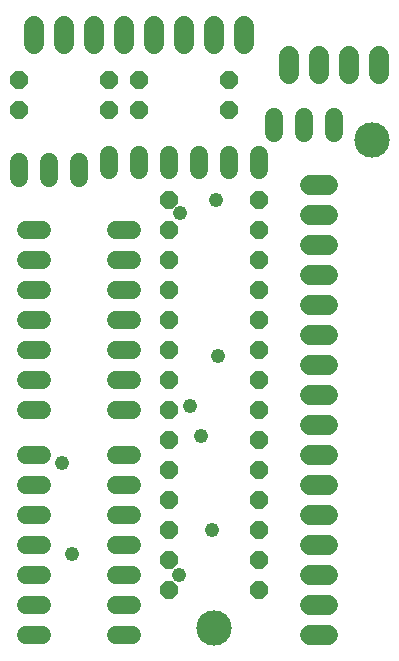
<source format=gbs>
G75*
%MOIN*%
%OFA0B0*%
%FSLAX25Y25*%
%IPPOS*%
%LPD*%
%AMOC8*
5,1,8,0,0,1.08239X$1,22.5*
%
%ADD10C,0.11824*%
%ADD11C,0.06000*%
%ADD12OC8,0.06000*%
%ADD13C,0.06800*%
%ADD14C,0.04800*%
D10*
X0073500Y0013500D03*
X0126000Y0176000D03*
D11*
X0016100Y0011000D02*
X0010900Y0011000D01*
X0010900Y0021000D02*
X0016100Y0021000D01*
X0016100Y0031000D02*
X0010900Y0031000D01*
X0010900Y0041000D02*
X0016100Y0041000D01*
X0016100Y0051000D02*
X0010900Y0051000D01*
X0010900Y0061000D02*
X0016100Y0061000D01*
X0016100Y0071000D02*
X0010900Y0071000D01*
X0010900Y0086000D02*
X0016100Y0086000D01*
X0016100Y0096000D02*
X0010900Y0096000D01*
X0010900Y0106000D02*
X0016100Y0106000D01*
X0016100Y0116000D02*
X0010900Y0116000D01*
X0010900Y0126000D02*
X0016100Y0126000D01*
X0016100Y0136000D02*
X0010900Y0136000D01*
X0010900Y0146000D02*
X0016100Y0146000D01*
X0018500Y0163400D02*
X0018500Y0168600D01*
X0008500Y0168600D02*
X0008500Y0163400D01*
X0028500Y0163400D02*
X0028500Y0168600D01*
X0038500Y0171100D02*
X0038500Y0165900D01*
X0048500Y0165900D02*
X0048500Y0171100D01*
X0058500Y0171100D02*
X0058500Y0165900D01*
X0068500Y0165900D02*
X0068500Y0171100D01*
X0078500Y0171100D02*
X0078500Y0165900D01*
X0088500Y0165900D02*
X0088500Y0171100D01*
X0093500Y0178400D02*
X0093500Y0183600D01*
X0103500Y0183600D02*
X0103500Y0178400D01*
X0113500Y0178400D02*
X0113500Y0183600D01*
X0046100Y0146000D02*
X0040900Y0146000D01*
X0040900Y0136000D02*
X0046100Y0136000D01*
X0046100Y0126000D02*
X0040900Y0126000D01*
X0040900Y0116000D02*
X0046100Y0116000D01*
X0046100Y0106000D02*
X0040900Y0106000D01*
X0040900Y0096000D02*
X0046100Y0096000D01*
X0046100Y0086000D02*
X0040900Y0086000D01*
X0040900Y0071000D02*
X0046100Y0071000D01*
X0046100Y0061000D02*
X0040900Y0061000D01*
X0040900Y0051000D02*
X0046100Y0051000D01*
X0046100Y0041000D02*
X0040900Y0041000D01*
X0040900Y0031000D02*
X0046100Y0031000D01*
X0046100Y0021000D02*
X0040900Y0021000D01*
X0040900Y0011000D02*
X0046100Y0011000D01*
D12*
X0058500Y0026000D03*
X0058500Y0036000D03*
X0058500Y0046000D03*
X0058500Y0056000D03*
X0058500Y0066000D03*
X0058500Y0076000D03*
X0058500Y0086000D03*
X0058500Y0096000D03*
X0058500Y0106000D03*
X0058500Y0116000D03*
X0058500Y0126000D03*
X0058500Y0136000D03*
X0058500Y0146000D03*
X0058500Y0156000D03*
X0048500Y0186000D03*
X0048500Y0196000D03*
X0038500Y0196000D03*
X0038500Y0186000D03*
X0008500Y0186000D03*
X0008500Y0196000D03*
X0078500Y0196000D03*
X0078500Y0186000D03*
X0088500Y0156000D03*
X0088500Y0146000D03*
X0088500Y0136000D03*
X0088500Y0126000D03*
X0088500Y0116000D03*
X0088500Y0106000D03*
X0088500Y0096000D03*
X0088500Y0086000D03*
X0088500Y0076000D03*
X0088500Y0066000D03*
X0088500Y0056000D03*
X0088500Y0046000D03*
X0088500Y0036000D03*
X0088500Y0026000D03*
D13*
X0105500Y0021000D02*
X0111500Y0021000D01*
X0111500Y0011000D02*
X0105500Y0011000D01*
X0105500Y0031000D02*
X0111500Y0031000D01*
X0111500Y0041000D02*
X0105500Y0041000D01*
X0105500Y0051000D02*
X0111500Y0051000D01*
X0111500Y0061000D02*
X0105500Y0061000D01*
X0105500Y0071000D02*
X0111500Y0071000D01*
X0111500Y0081000D02*
X0105500Y0081000D01*
X0105500Y0091000D02*
X0111500Y0091000D01*
X0111500Y0101000D02*
X0105500Y0101000D01*
X0105500Y0111000D02*
X0111500Y0111000D01*
X0111500Y0121000D02*
X0105500Y0121000D01*
X0105500Y0131000D02*
X0111500Y0131000D01*
X0111500Y0141000D02*
X0105500Y0141000D01*
X0105500Y0151000D02*
X0111500Y0151000D01*
X0111500Y0161000D02*
X0105500Y0161000D01*
X0108500Y0198000D02*
X0108500Y0204000D01*
X0098500Y0204000D02*
X0098500Y0198000D01*
X0083500Y0208000D02*
X0083500Y0214000D01*
X0073500Y0214000D02*
X0073500Y0208000D01*
X0063500Y0208000D02*
X0063500Y0214000D01*
X0053500Y0214000D02*
X0053500Y0208000D01*
X0043500Y0208000D02*
X0043500Y0214000D01*
X0033500Y0214000D02*
X0033500Y0208000D01*
X0023500Y0208000D02*
X0023500Y0214000D01*
X0013500Y0214000D02*
X0013500Y0208000D01*
X0118500Y0204000D02*
X0118500Y0198000D01*
X0128500Y0198000D02*
X0128500Y0204000D01*
D14*
X0074125Y0156000D03*
X0062250Y0151625D03*
X0074750Y0104125D03*
X0065375Y0087250D03*
X0069125Y0077250D03*
X0072875Y0046000D03*
X0061625Y0031000D03*
X0026000Y0037875D03*
X0022875Y0068500D03*
M02*

</source>
